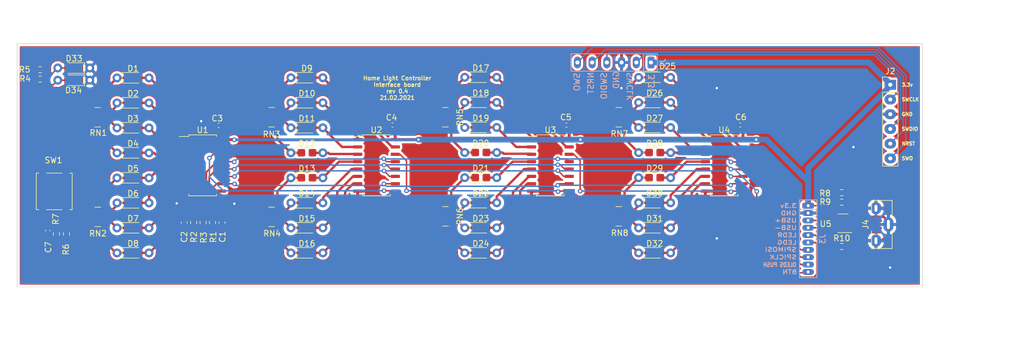
<source format=kicad_pcb>
(kicad_pcb (version 20211014) (generator pcbnew)
  (layers (0 "F.Cu" signal) (31 "B.Cu" signal) (34 "B.Paste" user) (35 "F.Paste" user) (36 "B.SilkS" user "B.Silkscreen") (37 "F.SilkS" user "F.Silkscreen") (38 "B.Mask" user) (39 "F.Mask" user) (44 "Edge.Cuts" user))
  (net 0 "")
  (net 1 "GND")
  (net 2 "/Output Leds/Reset")
  (net 3 "VCC")
  (net 4 "/Output Leds/OEnable")
  (net 5 "BTN")
  (net 6 "Net-(C7-Pad2)")
  (net 7 "Net-(D1-Pad2)")
  (net 8 "Net-(D1-Pad1)")
  (net 9 "Net-(D2-Pad1)")
  (net 10 "Net-(D2-Pad2)")
  (net 11 "Net-(D3-Pad2)")
  (net 12 "Net-(D3-Pad1)")
  (net 13 "Net-(D4-Pad2)")
  (net 14 "Net-(D4-Pad1)")
  (net 15 "Net-(D5-Pad1)")
  (net 16 "Net-(D5-Pad2)")
  (net 17 "Net-(D6-Pad2)")
  (net 18 "Net-(D6-Pad1)")
  (net 19 "Net-(D7-Pad2)")
  (net 20 "Net-(D7-Pad1)")
  (net 21 "Net-(D8-Pad2)")
  (net 22 "Net-(D8-Pad1)")
  (net 23 "Net-(D9-Pad1)")
  (net 24 "Net-(D9-Pad2)")
  (net 25 "Net-(D10-Pad2)")
  (net 26 "Net-(D10-Pad1)")
  (net 27 "Net-(D11-Pad1)")
  (net 28 "Net-(D11-Pad2)")
  (net 29 "Net-(D12-Pad2)")
  (net 30 "Net-(D12-Pad1)")
  (net 31 "Net-(D13-Pad1)")
  (net 32 "Net-(D13-Pad2)")
  (net 33 "Net-(D14-Pad2)")
  (net 34 "Net-(D14-Pad1)")
  (net 35 "Net-(D15-Pad1)")
  (net 36 "Net-(D15-Pad2)")
  (net 37 "Net-(D16-Pad2)")
  (net 38 "Net-(D16-Pad1)")
  (net 39 "Net-(D17-Pad2)")
  (net 40 "Net-(D17-Pad1)")
  (net 41 "Net-(D18-Pad1)")
  (net 42 "Net-(D18-Pad2)")
  (net 43 "Net-(D19-Pad2)")
  (net 44 "Net-(D19-Pad1)")
  (net 45 "Net-(D20-Pad1)")
  (net 46 "Net-(D20-Pad2)")
  (net 47 "Net-(D21-Pad2)")
  (net 48 "Net-(D21-Pad1)")
  (net 49 "Net-(D22-Pad1)")
  (net 50 "Net-(D22-Pad2)")
  (net 51 "Net-(D23-Pad2)")
  (net 52 "Net-(D23-Pad1)")
  (net 53 "Net-(D24-Pad1)")
  (net 54 "Net-(D24-Pad2)")
  (net 55 "Net-(D25-Pad2)")
  (net 56 "Net-(D25-Pad1)")
  (net 57 "Net-(D26-Pad1)")
  (net 58 "Net-(D26-Pad2)")
  (net 59 "Net-(D27-Pad2)")
  (net 60 "Net-(D27-Pad1)")
  (net 61 "Net-(D28-Pad1)")
  (net 62 "Net-(D28-Pad2)")
  (net 63 "Net-(D29-Pad2)")
  (net 64 "Net-(D29-Pad1)")
  (net 65 "Net-(D30-Pad1)")
  (net 66 "Net-(D30-Pad2)")
  (net 67 "Net-(D31-Pad1)")
  (net 68 "Net-(D31-Pad2)")
  (net 69 "Net-(D32-Pad1)")
  (net 70 "Net-(D32-Pad2)")
  (net 71 "Net-(D33-Pad2)")
  (net 72 "Net-(D34-Pad2)")
  (net 73 "Net-(J1-Pad2)")
  (net 74 "Net-(J1-Pad4)")
  (net 75 "Net-(J1-Pad5)")
  (net 76 "Net-(J1-Pad6)")
  (net 77 "LED_GREEN")
  (net 78 "LED_RED")
  (net 79 "USB-")
  (net 80 "USB+")
  (net 81 "SPICLK")
  (net 82 "SPIMOSI")
  (net 83 "OLEDS_PUSH_DATA")
  (net 84 "Net-(J4-Pad3)")
  (net 85 "Net-(J4-Pad2)")
  (net 86 "Net-(J4-Pad1)")
  (net 87 "Net-(R8-Pad1)")
  (net 88 "Net-(R10-Pad2)")
  (net 89 "/Output Leds/ONReg1")
  (net 90 "/Output Leds/ONReg2")
  (net 91 "/Output Leds/ONReg3")
  (footprint "Capacitor_SMD:C_0603_1608Metric" (layer "F.Cu") (at 102.05 76.97 -90)
    (fp_text reference "C1")
    (fp_text value "1uF" hide)
  )
  (footprint "Capacitor_SMD:C_0603_1608Metric" (layer "F.Cu") (at 95.52 76.97 90)
    (fp_text reference "C2")
    (fp_text value "1uF" hide)
  )
  (footprint "Capacitor_SMD:C_0402_1005Metric" (layer "F.Cu") (at 101.45 60.2 180)
    (fp_text reference "C3")
    (fp_text value "100nf" hide)
  )
  (footprint "Capacitor_SMD:C_0402_1005Metric" (layer "F.Cu") (at 131.45 60.14 180)
    (fp_text reference "C4")
    (fp_text value "100nf" hide)
  )
  (footprint "Capacitor_SMD:C_0402_1005Metric" (layer "F.Cu") (at 191.45 60.14 180)
    (fp_text reference "C6")
    (fp_text value "100nf" hide)
  )
  (footprint "Capacitor_SMD:C_0402_1005Metric" (layer "F.Cu") (at 71.99 78.36 -90)
    (fp_text reference "C7")
    (fp_text value "100nf" hide)
  )
  (footprint "holse:LED_0805_2012Metric_Castellated" (layer "F.Cu") (at 86.7 52)
    (fp_text reference "D1")
    (fp_text value "LED" hide)
  )
  (footprint "holse:LED_0805_2012Metric_Castellated" (layer "F.Cu") (at 86.7 56.314285)
    (fp_text reference "D2")
    (fp_text value "LED" hide)
  )
  (footprint "holse:LED_0805_2012Metric_Castellated" (layer "F.Cu") (at 86.7 60.62857)
    (fp_text reference "D3")
    (fp_text value "LED" hide)
  )
  (footprint "holse:LED_0805_2012Metric_Castellated" (layer "F.Cu") (at 86.7 64.942855)
    (fp_text reference "D4")
    (fp_text value "LED" hide)
  )
  (footprint "holse:LED_0805_2012Metric_Castellated" (layer "F.Cu") (at 86.7 69.25714)
    (fp_text reference "D5")
    (fp_text value "LED" hide)
  )
  (footprint "holse:LED_0805_2012Metric_Castellated" (layer "F.Cu") (at 86.7 73.571425)
    (fp_text reference "D6")
    (fp_text value "LED" hide)
  )
  (footprint "holse:LED_0805_2012Metric_Castellated" (layer "F.Cu") (at 86.7 77.88571)
    (fp_text reference "D7")
    (fp_text value "LED" hide)
  )
  (footprint "holse:LED_0805_2012Metric_Castellated" (layer "F.Cu") (at 86.7 82.2)
    (fp_text reference "D8")
    (fp_text value "LED" hide)
  )
  (footprint "holse:LED_0805_2012Metric_Castellated" (layer "F.Cu") (at 116.7 51.974192)
    (fp_text reference "D9")
    (fp_text value "LED" hide)
  )
  (footprint "holse:LED_0805_2012Metric_Castellated" (layer "F.Cu") (at 116.7 56.292164)
    (fp_text reference "D10")
    (fp_text value "LED" hide)
  )
  (footprint "holse:LED_0805_2012Metric_Castellated" (layer "F.Cu") (at 116.7 60.610136)
    (fp_text reference "D11")
    (fp_text value "LED" hide)
  )
  (footprint "holse:LED_0805_2012Metric_Castellated" (layer "F.Cu") (at 116.7 64.928108)
    (fp_text reference "D12")
    (fp_text value "LED" hide)
  )
  (footprint "holse:LED_0805_2012Metric_Castellated" (layer "F.Cu") (at 116.7 69.24608)
    (fp_text reference "D13")
    (fp_text value "LED" hide)
  )
  (footprint "holse:LED_0805_2012Metric_Castellated" (layer "F.Cu") (at 116.7 73.564052)
    (fp_text reference "D14")
    (fp_text value "LED" hide)
  )
  (footprint "holse:LED_0805_2012Metric_Castellated" (layer "F.Cu") (at 116.7 77.882024)
    (fp_text reference "D15")
    (fp_text value "LED" hide)
  )
  (footprint "holse:LED_0805_2012Metric_Castellated" (layer "F.Cu") (at 116.7 82.2)
    (fp_text reference "D16")
    (fp_text value "LED" hide)
  )
  (footprint "holse:LED_0805_2012Metric_Castellated" (layer "F.Cu") (at 146.7 51.9)
    (fp_text reference "D17")
    (fp_text value "LED" hide)
  )
  (footprint "holse:LED_0805_2012Metric_Castellated" (layer "F.Cu") (at 146.7 56.228571)
    (fp_text reference "D18")
    (fp_text value "LED" hide)
  )
  (footprint "holse:LED_0805_2012Metric_Castellated" (layer "F.Cu") (at 146.7 60.557142)
    (fp_text reference "D19")
    (fp_text value "LED" hide)
  )
  (footprint "holse:LED_0805_2012Metric_Castellated" (layer "F.Cu") (at 146.7 64.885713)
    (fp_text reference "D20")
    (fp_text value "LED" hide)
  )
  (footprint "holse:LED_0805_2012Metric_Castellated" (layer "F.Cu") (at 146.7 69.214284)
    (fp_text reference "D21")
    (fp_text value "LED" hide)
  )
  (footprint "holse:LED_0805_2012Metric_Castellated" (layer "F.Cu") (at 146.7 73.542855)
    (fp_text reference "D22")
    (fp_text value "LED" hide)
  )
  (footprint "holse:LED_0805_2012Metric_Castellated" (layer "F.Cu") (at 146.7 82.2)
    (fp_text reference "D24")
    (fp_text value "LED" hide)
  )
  (footprint "holse:LED_0805_2012Metric_Castellated" (layer "F.Cu") (at 176.7 51.922576)
    (fp_text reference "D25")
    (fp_text value "LED" hide)
  )
  (footprint "holse:LED_0805_2012Metric_Castellated" (layer "F.Cu") (at 176.7 56.247922)
    (fp_text reference "D26")
    (fp_text value "LED" hide)
  )
  (footprint "holse:LED_0805_2012Metric_Castellated" (layer "F.Cu") (at 176.7 60.573268)
    (fp_text reference "D27")
    (fp_text value "LED" hide)
  )
  (footprint "holse:LED_0805_2012Metric_Castellated" (layer "F.Cu") (at 176.7 64.898614)
    (fp_text reference "D28")
    (fp_text value "LED" hide)
  )
  (footprint "holse:LED_0805_2012Metric_Castellated" (layer "F.Cu") (at 176.7 69.22396)
    (fp_text reference "D29")
    (fp_text value "LED" hide)
  )
  (footprint "holse:LED_0805_2012Metric_Castellated" (layer "F.Cu") (at 176.7 73.549306)
    (fp_text reference "D30")
    (fp_text value "LED" hide)
  )
  (footprint "holse:LED_0805_2012Metric_Castellated" (layer "F.Cu") (at 176.7 77.874652)
    (fp_text reference "D31")
    (fp_text value "LED" hide)
  )
  (footprint "holse:LED_0805_2012Metric_Castellated" (layer "F.Cu") (at 176.7 82.2)
    (fp_text reference "D32")
    (fp_text value "LED" hide)
  )
  (footprint "holse:LED_0805_2012Metric_Castellated" (layer "F.Cu") (at 76.46 50.31 180)
    (fp_text reference "D33")
    (fp_text value "LEDG" hide)
  )
  (footprint "holse:LED_0805_2012Metric_Castellated" (layer "F.Cu") (at 76.46 52.42 180)
    (fp_text reference "D34")
    (fp_text value "LEDR" hide)
  )
  (footprint "holse:PinHeader_1x06_P2.54mm_Vertical" (layer "F.Cu") (at 217.35 53.2)
    (fp_text reference "J2")
    (fp_text value "Program")
  )
  (footprint "holse:USB_Micro-B_Molex-105133-0001" (layer "F.Cu") (at 215.95 77.3 90)
    (fp_text reference "J4")
    (fp_text value "USB_B_Micro")
  )
  (footprint "Resistor_SMD:R_0603_1608Metric" (layer "F.Cu") (at 100.4175 76.97 -90)
    (fp_text reference "R1")
    (fp_text value "100k" hide)
  )
  (footprint "Resistor_SMD:R_0603_1608Metric" (layer "F.Cu") (at 98.785 76.97 90)
    (fp_text reference "R3")
    (fp_text value "100k" hide)
  )
  (footprint "Resistor_SMD:R_0603_1608Metric" (layer "F.Cu") (at 70.66 50.6)
    (fp_text reference "R5")
    (fp_text value "10k" hide)
  )
  (footprint "Resistor_SMD:R_0603_1608Metric" (layer "F.Cu") (at 75.21 78.93 90)
    (fp_text reference "R6")
    (fp_text value "100k" hide)
  )
  (footprint "Resistor_SMD:R_0603_1608Metric" (layer "F.Cu") (at 73.465 78.93 -90)
    (fp_text reference "R7")
    (fp_text value "100" hide)
  )
  (footprint "Resistor_SMD:R_0603_1608Metric" (layer "F.Cu") (at 208.975 71.825 180)
    (fp_text reference "R8")
    (fp_text value "1.5k" hide)
  )
  (footprint "Resistor_SMD:R_0603_1608Metric" (layer "F.Cu") (at 208.975 73.45)
    (fp_text reference "R9")
    (fp_text value "22" hide)
  )
  (footprint "Resistor_SMD:R_0603_1608Metric" (layer "F.Cu") (at 208.9875 81.1)
    (fp_text reference "R10")
    (fp_text value "22")
  )
  (footprint "holse:R_Array_Convex_4x0603" (layer "F.Cu") (at 80.6 58.8)
    (fp_text reference "RN1")
    (fp_text value "10k" hide)
  )
  (footprint "holse:R_Array_Convex_4x0603" (layer "F.Cu") (at 80.6 76)
    (fp_text reference "RN2")
    (fp_text value "10k" hide)
  )
  (footprint "holse:R_Array_Convex_4x0603" (layer "F.Cu") (at 110.6 58.8)
    (fp_text reference "RN3")
    (fp_text value "10k" hide)
  )
  (footprint "holse:R_Array_Convex_4x0603" (layer "F.Cu") (at 110.6 76)
    (fp_text reference "RN4")
    (fp_text value "10k" hide)
  )
  (footprint "holse:R_Array_Convex_4x0603" (layer "F.Cu") (at 140.6 58.8)
    (fp_text reference "RN5")
    (fp_text value "10k" hide)
  )
  (footprint "holse:R_Array_Convex_4x0603" (layer "F.Cu") (at 140.6 75.9)
    (fp_text reference "RN6")
    (fp_text value "10k" hide)
  )
  (footprint "holse:R_Array_Convex_4x0603" (layer "F.Cu") (at 170.5 58.8)
    (fp_text reference "RN7")
    (fp_text value "10k" hide)
  )
  (footprint "holse:R_Array_Convex_4x0603" (layer "F.Cu") (at 170.5 75.9)
    (fp_text reference "RN8")
    (fp_text value "10k" hide)
  )
  (footprint "Button_Switch_SMD:SW_SPST_EVPBF" (layer "F.Cu") (at 73.1 71.6 90)
    (fp_text reference "SW1")
    (fp_text value "BTN" hide)
  )
  (footprint "Package_SO:SOIC-16_4.55x10.3mm_P1.27mm" (layer "F.Cu") (at 128.7 67.1)
    (fp_text reference "U2")
    (fp_text value "74HC595")
  )
  (footprint "Package_SO:SOIC-16_4.55x10.3mm_P1.27mm" (layer "F.Cu") (at 158.7 67.1)
    (fp_text reference "U3")
    (fp_text value "74HC595")
  )
  (footprint "Package_SO:SOIC-16_4.55x10.3mm_P1.27mm" (layer "F.Cu") (at 188.7 67.1)
    (fp_text reference "U4")
    (fp_text value "74HC595")
  )
  (footprint "Package_TO_SOT_SMD:SOT-23-6" (layer "F.Cu") (at 209.2 77.1 180)
    (fp_text reference "U5")
    (fp_text value "USBLC6-2SC6" hide)
  )
  (footprint "Resistor_SMD:R_0603_1608Metric" (layer "F.Cu") (at 70.66 52.23)
    (fp_text reference "R4")
    (fp_text value "10k" hide)
  )
  (footprint "holse:LED_0805_2012Metric_Castellated" (layer "F.Cu") (at 146.7 77.871426)
    (fp_text reference "D23")
    (fp_text value "LED" hide)
  )
  (footprint "Package_SO:SOIC-16_4.55x10.3mm_P1.27mm" (layer "F.Cu") (at 98.7 67.1)
    (fp_text reference "U1")
    (fp_text value "74HC595")
  )
  (footprint "Resistor_SMD:R_0603_1608Metric" (layer "F.Cu") (at 97.1525 76.97 90)
    (fp_text reference "R2")
    (fp_text value "100k" hide)
  )
  (footprint "Capacitor_SMD:C_0402_1005Metric" (layer "F.Cu") (at 161.47 60.17 180)
    (fp_text reference "C5")
    (fp_text value "100nf" hide)
  )
  (footprint "holse:Program_Crossboard" (layer "B.Cu") (at 169.72 49.35 180)
    (fp_text reference "J1")
    (fp_text value "Program_M_Board" hide)
  )
  (footprint "holse:Crossboard" (layer "B.Cu") (at 203.18 74.06 90)
    (fp_text reference "J3")
    (fp_text value "Crossboard")
  )
  (gr_line (start 66.7 46.1) (end 222.9 46.1) (layer "Edge.Cuts") (width 0.1))
  (gr_line (start 66.7 88.1) (end 66.7 46.1) (layer "Edge.Cuts") (width 0.1))
  (gr_line (start 222.9 46.1) (end 222.9 88.1) (layer "Edge.Cuts") (width 0.1))
  (gr_line (start 222.9 88.1) (end 66.7 88.1) (layer "Edge.Cuts") (width 0.05))
  (gr_text "Home Light Controller\nInterface board\nrev 0.4\n21.02.2021" (at 132.28 53.75) (layer "F.SilkS") (effects (font (size 0.7 0.7))))
  (segment (start 217.025 77.3) (end 217.025 75.425) (width 0.5) (layer "F.Cu") (net 1))
  (segment (start 217.025 79) (end 215.925 80.1) (width 0.5) (layer "F.Cu") (net 1))
  (segment (start 217.025 77.3) (end 217.025 79) (width 0.5) (layer "F.Cu") (net 1))
  (segment (start 214.875 74.5) (end 214.875 74.614998) (width 0.5) (layer "F.Cu") (net 1))
  (segment (start 209.2 75.674998) (end 209.774998 75.1) (width 0.4) (layer "F.Cu") (net 1))
  (segment (start 215.125 76) (end 212.5 76) (width 0.4) (layer "F.Cu") (net 1))
  (segment (start 209.2 76.625002) (end 209.2 75.674998) (width 0.4) (layer "F.Cu") (net 1))
  (segment (start 216.1 74.5) (end 214.875 74.5) (width 0.5) (layer "F.Cu") (net 1))
  (segment (start 217.025 77.3) (end 217.025 76.8) (width 0.4) (layer "F.Cu") (net 1))
  (segment (start 210.3 77.1) (end 209.674998 77.1) (width 0.4) (layer "F.Cu") (net 1))
  (segment (start 216.225 76) (end 215.125 76) (width 0.4) (layer "F.Cu") (net 1))
  (segment (start 211.6 75.1) (end 212.5 76) (width 0.4) (layer "F.Cu") (net 1))
  (segment (start 215.925 80.1) (end 214.875 80.1) (width 0.5) (layer "F.Cu") (net 1))
  (segment (start 209.674998 77.1) (end 209.2 76.625002) (width 0.4) (layer "F.Cu") (net 1))
  (segment (start 217.025 75.425) (end 216.1 74.5) (width 0.5) (layer "F.Cu") (net 1))
  (segment (start 217.025 76.8) (end 216.225 76) (width 0.4) (layer "F.Cu") (net 1))
  (segment (start 209.774998 75.1) (end 211.6 75.1) (width 0.4) (layer "F.Cu") (net 1))
  (via (at 170.96 53.77) (size 0.8) (drill 0.4) (layers "F.Cu" "B.Cu") (net 1))
  (via (at 104.18 73.72) (size 0.8) (drill 0.4) (layers "F.Cu" "B.Cu") (net 1))
  (via (at 187.42 53.77) (size 0.8) (drill 0.4) (layers "F.Cu" "B.Cu") (net 1))
  (via (at 94.23 73.67) (size 0.8) (drill 0.4) (layers "F.Cu" "B.Cu") (net 1))
  (via (at 98.45 59.48) (size 0.8) (drill 0.4) (layers "F.Cu" "B.Cu") (net 1))
  (via (at 187.42 79.7) (size 0.8) (drill 0.4) (layers "F.Cu" "B.Cu") (net 1))
  (via (at 217.33 84.74) (size 0.8) (drill 0.4) (layers "F.Cu" "B.Cu") (net 1))
  (via (at 210.99 63.95) (size 0.8) (drill 0.4) (layers "F.Cu" "B.Cu") (net 1))
  (segment (start 100.4175 71.0075) (end 101.15 70.275) (width 0.3) (layer "F.Cu") (net 2))
  (segment (start 131.95 70.275) (end 130.005 70.275) (width 0.25) (layer "F.Cu") (net 2))
  (segment (start 102.05 76.195) (end 100.4675 76.195) (width 0.3) (layer "F.Cu") (net 2))
  (segment (start 101.95 70.275) (end 104.185 70.275) (width 0.25) (layer "F.Cu") (net 2))
  (segment (start 104.185 70.275) (end 104.21 70.3) (width 0.25) (layer "F.Cu") (net 2))
  (segment (start 160.24923 70.275) (end 159.983144 70.541086) (width 0.25) (layer "F.Cu") (net 2))
  (segment (start 191.95 70.275) (end 190.074998 70.275) (width 0.25) (layer "F.Cu") (net 2))
  (segment (start 100.4675 76.195) (end 100.4175 76.145) (width 0.3) (layer "F.Cu") (net 2))
  (segment (start 161.95 70.275) (end 160.24923 70.275) (width 0.25) (layer "F.Cu") (net 2))
  (segment (start 100.4175 76.145) (end 100.4175 71.0075) (width 0.3) (layer "F.Cu") (net 2))
  (segment (start 101.15 70.275) (end 101.95 70.275) (width 0.3) (layer "F.Cu") (net 2))
  (segment (start 130.005 70.275) (end 129.98 70.3) (width 0.25) (layer "F.Cu") (net 2))
  (segment (start 190.074998 70.275) (end 189.82 70.529998) (width 0.25) (layer "F.Cu") (net 2))
  (via (at 159.983144 70.541086) (size 0.8) (drill 0.4) (layers "F.Cu" "B.Cu") (net 2))
  (via (at 104.21 70.3) (size 0.8) (drill 0.4) (layers "F.Cu" "B.Cu") (net 2))
  (via (at 189.82 70.529998) (size 0.8) (drill 0.4) (layers "F.Cu" "B.Cu") (net 2))
  (via (at 129.98 70.3) (size 0.8) (drill 0.4) (layers "F.Cu" "B.Cu") (net 2))
  (segment (start 159.81423 70.71) (end 159.983144 70.541086) (width 0.25) (layer "B.Cu") (net 2))
  (segment (start 130.39 70.71) (end 159.81423 70.71) (width 0.25) (layer "B.Cu") (net 2))
  (segment (start 129.98 70.3) (end 130.39 70.71) (width 0.25) (layer "B.Cu") (net 2))
  (segment (start 104.48 70.57) (end 129.71 70.57) (width 0.25) (layer "B.Cu") (net 2))
  (segment (start 129.71 70.57) (end 129.98 70.3) (width 0.25) (layer "B.Cu") (net 2))
  (segment (start 159.983144 70.541086) (end 189.808912 70.541086) (width 0.25) (layer "B.Cu") (net 2))
  (segment (start 189.808912 70.541086) (end 189.82 70.529998) (width 0.25) (layer "B.Cu") (net 2))
  (segment (start 104.21 70.3) (end 104.48 70.57) (width 0.25) (layer "B.Cu") (net 2))
  (segment (start 75.21 79.755) (end 75.21 80.91) (width 0.3) (layer "F.Cu") (net 3))
  (segment (start 191.93 62.635) (end 191.95 62.655) (width 0.5) (layer "F.Cu") (net 3))
  (segment (start 161.95 60.17) (end 161.95 62.655) (width 0.5) (layer "F.Cu") (net 3))
  (segment (start 101.95 62.655) (end 102.75 62.655) (width 0.3) (layer "F.Cu") (net 3))
  (segment (start 205.628 74.062) (end 203.18 74.062) (width 0.25) (layer "F.Cu") (net 3))
  (segment (start 95.295 77.745) (end 95.52 77.745) (width 0.3) (layer "F.Cu") (net 3))
  (segment (start 208.15 71.825) (end 207.865 71.825) (width 0.25) (layer "F.Cu") (net 3))
  (segment (start 90.65 85.15) (end 95.52 80.28) (width 0.3) (layer "F.Cu") (net 3))
  (segment (start 102.814434 64.56999) (end 99.63001 64.56999) (width 0.3) (layer "F.Cu") (net 3))
  (segment (start 99.63001 64.56999) (end 98.8 65.4) (width 0.3) (layer "F.Cu") (net 3))
  (segment (start 96.305 76.96) (end 95.52 77.745) (width 0.3) (layer "F.Cu") (net 3))
  (segment (start 95.52 80.28) (end 95.52 77.745) (width 0.3) (layer "F.Cu") (net 3))
  (segment (start 194.215 62.655) (end 194.22 62.66) (width 0.5) (layer "F.Cu") (net 3))
  (segment (start 191.93 60.14) (end 191.93 62.635) (width 0.5) (layer "F.Cu") (net 3))
  (segment (start 161.95 62.655) (end 163.885 62.655) (width 0.5) (layer "F.Cu") (net 3))
  (segment (start 75.21 80.91) (end 79.45 85.15) (width 0.3) (layer "F.Cu") (net 3))
  (segment (start 95.09 75.15) (end 94.45 75.79) (width 0.3) (layer "F.Cu") (net 3))
  (segment (start 135.935 62.655) (end 135.94 62.66) (width 0.5) (layer "F.Cu") (net 3))
  (segment (start 131.93 60.14) (end 131.93 62.635) (width 0.5) (layer "F.Cu") (net 3))
  (segment (start 191.95 62.655) (end 194.215 62.655) (width 0.5) (layer "F.Cu") (net 3))
  (segment (start 103.33 64.054424) (end 102.814434 64.56999) (width 0.3) (layer "F.Cu") (net 3))
  (segment (start 98.8 65.4) (end 98.8 72.16) (width 0.3) (layer "F.Cu") (net 3))
  (segment (start 163.885 62.655) (end 163.89 62.66) (width 0.5) (layer "F.Cu") (net 3))
  (segment (start 103.33 63.235) (end 103.33 64.054424) (width 0.3) (layer "F.Cu") (net 3))
  (segment (start 100.4175 77.795) (end 99.5825 76.96) (width 0.3) (layer "F.Cu") (net 3))
  (segment (start 104.115 62.655) (end 104.15 62.69) (width 0.5) (layer "F.Cu") (net 3))
  (segment (start 101.95 62.655) (end 104.115 62.655) (width 0.5) (layer "F.Cu") (net 3))
  (segment (start 79.45 85.15) (end 90.65 85.15) (width 0.3) (layer "F.Cu") (net 3))
  (segment (start 131.95 62.655) (end 135.935 62.655) (width 0.5) (layer "F.Cu") (net 3))
  (segment (start 207.865 71.825) (end 205.628 74.062) (width 0.25) (layer "F.Cu") (net 3))
  (segment (start 101.93 62.635) (end 101.95 62.655) (width 0.5) (layer "F.Cu") (net 3))
  (segment (start 98.8 72.16) (end 95.81 75.15) (width 0.3) (layer "F.Cu") (net 3))
  (segment (start 99.5825 76.96) (end 96.305 76.96) (width 0.3) (layer "F.Cu") (net 3))
  (segment (start 94.45 76.9) (end 95.295 77.745) (width 0.3) (layer "F.Cu") (net 3))
  (segment (start 101.93 60.2) (end 101.93 62.635) (width 0.5) (layer "F.Cu") (net 3))
  (segment (start 102.75 62.655) (end 103.33 63.235) (width 0.3) (layer "F.Cu") (net 3))
  (segment (start 95.81 75.15) (end 95.09 75.15) (width 0.3) (layer "F.Cu") (net 3))
  (segment (start 131.93 62.635) (end 131.95 62.655) (width 0.5) (layer "F.Cu") (net 3))
  (segment (start 94.45 75.79) (end 94.45 76.9) (width 0.3) (layer "F.Cu") (net 3))
  (via (at 104.15 62.69) (size 0.8) (drill 0.4) (layers "F.Cu" "B.Cu") (net 3))
  (via (at 163.89 62.66) (size 0.8) (drill 0.4) (layers "F.Cu" "B.Cu") (net 3))
  (via (at 135.94 62.66) (size 0.8) (drill 0.4) (layers "F.Cu" "B.Cu") (net 3))
  (via (at 194.22 62.66) (size 0.8) (drill 0.4) (layers "F.Cu" "B.Cu") (net 3))
  (segment (start 217.35 53.2) (end 217.35 53.397955) (width 1) (layer "B.Cu") (net 3))
  (segment (start 217.35 53.397955) (end 203.18 67.567955) (width 1) (layer "B.Cu") (net 3))
  (segment (start 135.91 62.69) (end 135.94 62.66) (width 0.5) (layer "B.Cu") (net 3))
  (segment (start 104.15 62.69) (end 135.91 62.69) (width 0.5) (layer "B.Cu") (net 3))
  (segment (start 203.18 69.87) (end 195.97 62.66) (width 1) (layer "B.Cu") (net 3))
  (segment (start 203.18 67.567955) (end 203.18 70.61) (width 1) (layer "B.Cu") (net 3))
  (segment (start 163.89 62.66) (end 135.94 62.66) (width 1) (layer "B.Cu") (net 3))
  (segment (start 213.65 49.35) (end 176.07 49.35) (width 1) (layer "B.Cu") (net 3))
  (segment (start 195.97 62.66) (end 195.91 62.66) (width 1) (layer "B.Cu") (net 3))
  (segment (start 203.18 70.61) (end 203.18 69.87) (width 1) (layer "B.Cu") (net 3))
  (segment (start 194.22 62.66) (end 163.89 62.66) (width 1) (layer "B.Cu") (net 3))
  (segment (start 195.91 62.66) (end 194.22 62.66) (width 1) (layer "B.Cu") (net 3))
  (segment (start 217.35 53.05) (end 213.65 49.35) (width 1) (layer "B.Cu") (net 3))
  (segment (start 217.35 53.2) (end 217.35 53.05) (width 1) (layer "B.Cu") (net 3))
  (segment (start 203.18 74.062) (end 203.18 70.61) (width 1) (layer "B.Cu") (net 3))
  (segment (start 99.34 73.9575) (end 99.34 68.275) (width 0.3) (layer "F.Cu") (net 4))
  (segment (start 131.95 66.465) (end 130.455 66.465) (width 0.25) (layer "F.Cu") (net 4))
  (segment (start 97.1025 76.195) (end 97.1525 76.145) (width 0.3) (layer "F.Cu") (net 4))
  (segment (start 191.905 66.51) (end 191.95 66.465) (width 0.25) (layer "F.Cu") (net 4))
  (segment (start 189.85 66.51) (end 191.905 66.51) (width 0.25) (layer "F.Cu") (net 4))
  (segment (start 101.15 66.465) (end 101.95 66.465) (width 0.3) (layer "F.Cu") (net 4))
  (segment (start 161.485801 66.000801) (end 159.989199 66.000801) (width 0.25) (layer "F.Cu") (net 4))
  (segment (start 99.34 68.275) (end 101.15 66.465) (width 0.3) (layer "F.Cu") (net 4))
  (segment (start 97.1525 76.145) (end 99.34 73.9575) (width 0.3) (layer "F.Cu") (net 4))
  (segment (start 130.455 66.465) (end 129.96 65.97) (width 0.25) (layer "F.Cu") (net 4))
  (segment (start 95.52 76.195) (end 97.1025 76.195) (width 0.3) (layer "F.Cu") (net 4))
  (segment (start 101.95 66.465) (end 104.115 66.465) (width 0.25) (layer "F.Cu") (net 4))
  (segment (start 161.95 66.465) (end 161.485801 66.000801) (width 0.25) (layer "F.Cu") (net 4))
  (segment (start 104.115 66.465) (end 104.15 66.5) (width 0.25) (layer "F.Cu") (net 4))
  (via (at 129.96 65.97) (size 0.8) (drill 0.4) (layers "F.Cu" "B.Cu") (net 4))
  (via (at 159.989199 66.000801) (size 0.8) (drill 0.4) (layers "F.Cu" "B.Cu") (net 4))
  (via (at 104.15 66.5) (size 0.8) (drill 0.4) (layers "F.Cu" "B.Cu") (net 4))
  (via (at 189.85 66.51) (size 0.8) (drill 0.4) (layers "F.Cu" "B.Cu") (net 4))
  (segment (start 114.46687 66.01) (end 118.91313 66.01) (width 0.25) (layer "B.Cu") (net 4))
  (segment (start 104.64 66.01) (end 113.39313 66.01) (width 0.25) (layer "B.Cu") (net 4))
  (segment (start 113.408239 66.025109) (end 114.451761 66.025109) (width 0.25) (layer "B.Cu") (net 4))
  (segment (start 113.39313 66.01) (end 113.408239 66.025109) (width 0.25) (layer "B.Cu") (net 4))
  (segment (start 118.928239 66.025109) (end 119.971761 66.025109) (width 0.25) (layer "B.Cu") (net 4))
  (segment (start 189.340801 66.000801) (end 159.989199 66.000801) (width 0.25) (layer "B.Cu") (net 4))
  (segment (start 129.92 66.01) (end 129.96 65.97) (width 0.25) (layer "B.Cu") (net 4))
  (segment (start 129.990801 66.000801) (end 129.96 65.97) (width 0.25) (layer "B.Cu") (net 4))
  (segment (start 159.989199 66.000801) (end 129.990801 66.000801) (width 0.25) (layer "B.Cu") (net 4))
  (segment (start 119.98687 66.01) (end 129.92 66.01) (width 0.25) (layer "B.Cu") (net 4))
  (segment (start 118.91313 66.01) (end 118.928239 66.025109) (width 0.25) (layer "B.Cu") (net 4))
  (segment (start 114.451761 66.025109) (end 114.46687 66.01) (width 0.25) (layer "B.Cu") (net 4))
  (segment (start 189.85 66.51) (end 189.340801 66.000801) (width 0.25) (layer "B.Cu") (net 4))
  (segment (start 119.971761 66.025109) (end 119.98687 66.01) (width 0.25) (layer "B.Cu") (net 4))
  (segment (start 104.15 66.5) (end 104.64 66.01) (width 0.25) (layer "B.Cu") (net 4))
  (segment (start 70.83 79.36) (end 70.83 78.29) (width 0.25) (layer "F.Cu") (net 5))
  (segment (start 72.63999 78.532822) (end 72.63999 78.48701) (width 0.3) (layer "F.Cu") (net 5))
  (segment (start 203.022 85.65) (end 77.12 85.65) (width 0.25) (layer "F.Cu") (net 5))
  (segment (start 74.45999 78.85501) (end 72.962178 78.85501) (width 0.3) (layer "F.Cu") (net 5))
  (segment (start 203.18 85.492) (end 203.022 85.65) (width 0.25) (layer "F.Cu") (net 5))
  (segment (start 75.1 68.72) (end 75.1 74.48) (width 0.3) (layer "F.Cu") (net 5))
  (segment (start 70.83 78.29) (end 71.24 77.88) (width 0.25) (layer "F.Cu") (net 5))
  (segment (start 72.63999 78.48701) (end 72.03298 77.88) (width 0.3) (layer "F.Cu") (net 5))
  (segment (start 75.21 78.105) (end 74.45999 78.85501) (width 0.3) (layer "F.Cu") (net 5))
  (segment (start 72.962178 78.85501) (end 72.63999 78.532822) (width 0.3) (layer "F.Cu") (net 5))
  (segment (start 75.1 74.48) (end 75.1 77.995) (width 0.3) (layer "F.Cu") (net 5))
  (segment (start 77.12 85.65) (end 70.83 79.36) (width 0.25) (layer "F.Cu") (net 5))
  (segment (start 71.24 77.88) (end 71.99 77.88) (width 0.25) (layer "F.Cu") (net 5))
  (segment (start 75.1 77.995) (end 75.21 78.105) (width 0.3) (layer "F.Cu") (net 5))
  (segment (start 72.03298 77.88) (end 71.99 77.88) (width 0.3) (layer "F.Cu") (net 5))
  (segment (start 72.825 79.755) (end 73.465 79.755) (width 0.3) (layer "F.Cu") (net 6))
  (segment (start 71.99 78.92) (end 72.825 79.755) (width 0.3) (layer "F.Cu") (net 6))
  (segment (start 71.99 78.84) (end 71.99 78.92) (width 0.3) (layer "F.Cu") (net 6))
  (segment (start 101.95 63.925) (end 101.505 63.925) (width 0.4) (layer "F.Cu") (net 7))
  (segment (start 89.58 52) (end 87.6625 52) (width 0.4) (layer "F.Cu") (net 7))
  (segment (start 101.505 63.925) (end 89.58 52) (width 0.4) (layer "F.Cu") (net 7))
  (segment (start 81.6 54.34) (end 83.94 52) (width 0.4) (layer "F.Cu") (net 8))
  (segment (start 83.94 52) (end 85.7375 52) (width 0.4) (layer "F.Cu") (net 8))
  (segment (start 81.6 57.6) (end 81.6 54.34) (width 0.4) (layer "F.Cu") (net 8))
  (segment (start 82.298542 58.4) (end 81.6 58.4) (width 0.4) (layer "F.Cu") (net 9))
  (segment (start 85.7375 56.314285) (end 83.94 56.314285) (width 0.4) (layer "F.Cu") (net 9))
  (segment (start 83.93 56.324285) (end 83.93 56.768542) (width 0.4) (layer "F.Cu") (net 9))
  (segment (start 83.93 56.768542) (end 82.298542 58.4) (width 0.4) (layer "F.Cu") (net 9))
  (segment (start 83.94 56.314285) (end 83.93 56.324285) (width 0.4) (layer "F.Cu") (net 9))
  (segment (start 89.44 56.314285) (end 87.6625 56.314285) (width 0.4) (layer "F.Cu") (net 10))
  (segment (start 95.45 62.324285) (end 89.44 56.314285) (width 0.4) (layer "F.Cu") (net 10))
  (segment (start 95.45 62.655) (end 95.45 62.324285) (width 0.4) (layer "F.Cu") (net 10))
  (segment (start 89.44 60.62857) (end 87.6625 60.62857) (width 0.4) (layer "F.Cu") (net 11))
  (segment (start 92.73643 63.925) (end 89.44 60.62857) (width 0.4) (layer "F.Cu") (net 11))
  (segment (start 95.45 63.925) (end 92.73643 63.925) (width 0.4) (layer "F.Cu") (net 11))
  (segment (start 82.49143 59.2) (end 81.6 59.2) (width 0.4) (layer "F.Cu") (net 12))
  (segment (start 83.92 60.62857) (end 82.49143 59.2) (width 0.4) (layer "F.Cu") (net 12))
  (segment (start 85.7375 60.62857) (end 83.92 60.62857) (width 0.4) (layer "F.Cu") (net 12))
  (segment (start 95.45 65.195) (end 95.445 65.19) (width 0.4) (layer "F.Cu") (net 13))
  (segment (start 87.685355 64.92) (end 87.6625 64.942855) (width 0.4) (layer "F.Cu") (net 13))
  (segment (start 89.417145 64.92) (end 87.685355 64.92) (width 0.4) (layer "F.Cu") (net 13))
  (segment (start 89.45 64.952855) (end 89.417145 64.92) (width 0.4) (layer "F.Cu") (net 13))
  (segment (start 90.332855 64.952855) (end 89.45 64.952855) (width 0.4) (layer "F.Cu") (net 13))
  (segment (start 95.445 65.19) (end 90.57 65.19) (width 0.4) (layer "F.Cu") (net 13))
  (segment (start 90.57 65.19) (end 90.332855 64.952855) (width 0.4) (layer "F.Cu") (net 13))
  (segment (start 83.92 64.942855) (end 85.7375 64.942855) (width 0.4) (layer "F.Cu") (net 14))
  (segment (start 81.6 62.622855) (end 83.92 64.942855) (width 0.4) (layer "F.Cu") (net 14))
  (segment (start 81.6 60) (end 81.6 62.622855) (width 0.4) (layer "F.Cu") (net 14))
  (segment (start 83.94 69.25714) (end 85.7375 69.25714) (width 0.4) (layer "F.Cu") (net 15))
  (segment (start 81.6 74.8) (end 81.6 71.59714) (width 0.4) (layer "F.Cu") (net 15))
  (segment (start 81.6 71.59714) (end 83.94 69.25714) (width 0.4) (layer "F.Cu") (net 15))
  (segment (start 89.60286 69.25714) (end 87.6625 69.25714) (width 0.4) (layer "F.Cu") (net 16))
  (segment (start 95.45 66.465) (end 92.395 66.465) (width 0.4) (layer "F.Cu") (net 16))
  (segment (start 92.395 66.465) (end 89.60286 69.25714) (width 0.4) (layer "F.Cu") (net 16))
  (segment (start 89.45 73.561425) (end 89.46 73.571425) (width 0.4) (layer "F.Cu") (net 17))
  (segment (start 94.205 67.735) (end 89.45 72.49) (width 0.4) (layer "F.Cu") (net 17))
  (segment (start 95.45 67.735) (end 94.205 67.735) (width 0.4) (layer "F.Cu") (net 17))
  (segment (start 89.46 73.571425) (end 87.6625 73.571425) (width 0.4) (layer "F.Cu") (net 17))
  (segment (start 89.45 72.49) (end 89.45 73.561425) (width 0.4) (layer "F.Cu") (net 17))
  (segment (start 82.3 75.6) (end 84.328575 73.571425) (width 0.4) (layer "F.Cu") (net 18))
  (segment (start 84.328575 73.571425) (end 85.7375 73.571425) (width 0.4) (layer "F.Cu") (net 18))
  (segment (start 81.6 75.6) (end 82.3 75.6) (width 0.4) (layer "F.Cu") (net 18))
  (segment (start 94.625 69.005) (end 91.52 72.11) (width 0.4) (layer "F.Cu") (net 19))
  (segment (start 91.52 75.82571) (end 89.46 77.88571) (width 0.4) (layer "F.Cu") (net 19))
  (segment (start 95.45 69.005) (end 94.625 69.005) (width 0.4) (layer "F.Cu") (net 19))
  (segment (start 91.52 72.11) (end 91.52 75.82571) (width 0.4) (layer "F.Cu") (net 19))
  (segment (start 89.46 77.88571) (end 87.6625 77.88571) (width 0.4) (layer "F.Cu") (net 19))
  (segment (start 82.43429 76.4) (end 83.92 77.88571) (width 0.4) (layer "F.Cu") (net 20))
  (segment (start 83.92 77.88571) (end 85.7375 77.88571) (width 0.4) (layer "F.Cu") (net 20))
  (segment (start 81.6 76.4) (end 82.43429 76.4) (width 0.4) (layer "F.Cu") (net 20))
  (segment (start 92.9 78.82) (end 89.52 82.2) (width 0.4) (layer "F.Cu") (net 21))
  (segment (start 92.9 72.36) (end 92.9 78.82) (width 0.4) (layer "F.Cu") (net 21))
  (segment (start 89.52 82.2) (end 87.6625 82.2) (width 0.4) (layer "F.Cu") (net 21))
  (segment (start 95.45 70.275) (end 94.985 70.275) (width 0.4) (layer "F.Cu") (net 21))
  (segment (start 94.985 70.275) (end 92.9 72.36) (width 0.4) (layer "F.Cu") (net 21))
  (segment (start 83.74 82.2) (end 85.7375 82.2) (width 0.4) (layer "F.Cu") (net 22))
  (segment (start 81.6 80.06) (end 83.74 82.2) (width 0.4) (layer "F.Cu") (net 22))
  (segment (start 81.6 77.2) (end 81.6 80.06) (width 0.4) (layer "F.Cu") (net 22))
  (segment (start 111.6 57.6) (end 111.6 54.314192) (width 0.4) (layer "F.Cu") (net 23))
  (segment (start 113.94 51.974192) (end 115.7375 51.974192) (width 0.4) (layer "F.Cu") (net 23))
  (segment (start 111.6 54.314192) (end 113.94 51.974192) (width 0.4) (layer "F.Cu") (net 23))
  (segment (start 131.390808 63.925) (end 119.44 51.974192) (width 0.4) (layer "F.Cu") (net 24))
  (segment (start 131.95 63.925) (end 131.390808 63.925) (width 0.4) (layer "F.Cu") (net 24))
  (segment (start 119.44 51.974192) (end 117.6625 51.974192) (width 0.4) (layer "F.Cu") (net 24))
  (segment (start 125.45 62.302164) (end 119.44 56.292164) (width 0.4) (layer "F.Cu") (net 25))
  (segment (start 119.44 56.292164) (end 117.6625 56.292164) (width 0.4) (layer "F.Cu") (net 25))
  (segment (start 125.45 62.655) (end 125.45 62.302164) (width 0.4) (layer "F.Cu") (net 25))
  (segment (start 113.93 56.302164) (end 113.94 56.292164) (width 0.4) (layer "F.Cu") (net 26))
  (segment (start 113.94 56.292164) (end 115.7375 56.292164) (width 0.4) (layer "F.Cu") (net 26))
  (segment (start 112.270002 58.4) (end 113.93 56.740002) (width 0.4) (layer "F.Cu") (net 26))
  (segment (start 113.93 56.740002) (end 113.93 56.302164) (width 0.4) (layer "F.Cu") (net 26))
  (segment (start 111.6 58.4) (end 112.270002 58.4) (width 0.4) (layer "F.Cu") (net 26))
  (segment (start 112.509864 59.2) (end 113.92 60.610136) (width 0.4) (layer "F.Cu") (net 27))
  (segment (start 111.6 59.2) (end 112.509864 59.2) (width 0.4) (layer "F.Cu") (net 27))
  (segment (start 113.92 60.610136) (end 115.7375 60.610136) (width 0.4) (layer "F.Cu") (net 27))
  (segment (start 119.44 60.610136) (end 117.6625 60.610136) (width 0.4) (layer "F.Cu") (net 28))
  (segment (start 125.45 63.925) (end 122.754864 63.925) (width 0.4) (layer "F.Cu") (net 28))
  (segment (start 122.754864 63.925) (end 119.44 60.610136) (width 0.4) (layer "F.Cu") (net 28))
  (segment (start 120.41 64.95) (end 117.684392 64.95) (width 0.4) (layer "F.Cu") (net 29))
  (segment (start 120.6 65.14) (end 120.41 64.95) (width 0.4) (layer "F.Cu") (net 29))
  (segment (start 125.395 65.14) (end 120.6 65.14) (width 0.4) (layer "F.Cu") (net 29))
  (segment (start 117.684392 64.95) (end 117.6625 64.928108) (width 0.4) (layer "F.Cu") (net 29))
  (segment (start 125.45 65.195) (end 125.395 65.14) (width 0.4) (layer "F.Cu") (net 29))
  (segment (start 113.92 64.928108) (end 115.7375 64.928108) (width 0.4) (layer "F.Cu") (net 30))
  (segment (start 111.6 62.608108) (end 113.92 64.928108) (width 0.4) (layer "F.Cu") (net 30))
  (segment (start 111.6 60) (end 111.6 62.608108) (width 0.4) (layer "F.Cu") (net 30))
  (segment (start 115.7375 69.24608) (end 113.94 69.24608) (width 0.4) (layer "F.Cu") (net 31))
  (segment (start 111.6 71.58608) (end 111.6 74.8) (width 0.4) (layer "F.Cu") (net 31))
  (segment (start 113.94 69.24608) (end 111.6 71.58608) (width 0.4) (layer "F.Cu") (net 31))
  (segment (start 125.45 66.465) (end 122.24108 66.465) (width 0.4) (layer "F.Cu") (net 32))
  (segment (start 122.24108 66.465) (end 119.46 69.24608) (width 0.4) (layer "F.Cu") (net 32))
  (segment (start 119.46 69.24608) (end 117.6625 69.24608) (width 0.4) (layer "F.Cu") (net 32))
  (segment (start 119.5 72.65) (end 119.5 73.524052) (width 0.4) (layer "F.Cu") (net 33))
  (segment (start 125.45 67.735) (end 124.415 67.735) (width 0.4) (layer "F.Cu") (net 33))
  (segment (start 119.5 73.524052) (end 119.46 73.564052) (width 0.4) (layer "F.Cu") (net 33))
  (segment (start 124.415 67.735) (end 119.5 72.65) (width 0.4) (layer "F.Cu") (net 33))
  (segment (start 119.46 73.564052) (end 117.6625 73.564052) (width 0.4) (layer "F.Cu") (net 33))
  (segment (start 112.35 75.6) (end 114.385948 73.564052) (width 0.4) (layer "F.Cu") (net 34))
  (segment (start 111.6 75.6) (end 112.35 75.6) (width 0.4) (layer "F.Cu") (net 34))
  (segment (start 114.385948 73.564052) (end 115.7375 73.564052) (width 0.4) (layer "F.Cu") (net 34))
  (segment (start 111.6 76.4) (end 112.437976 76.4) (width 0.4) (layer "F.Cu") (net 35))
  (segment (start 113.92 77.882024) (end 115.7375 77.882024) (width 0.4) (layer "F.Cu") (net 35))
  (segment (start 112.437976 76.4) (end 113.92 77.882024) (width 0.4) (layer "F.Cu") (net 35))
  (segment (start 124.65 69.005) (end 121.93 71.725) (width 0.4) (layer "F.Cu") (net 36))
  (segment (start 125.45 69.005) (end 124.65 69.005) (width 0.4) (layer "F.Cu") (net 36))
  (segment (start 119.46 77.882024) (end 117.6625 77.882024) (width 0.4) (layer "F.Cu") (net 36))
  (segment (start 121.93 71.725) (end 121.93 75.412024) (width 0.4) (layer "F.Cu") (net 36))
  (segment (start 121.93 75.412024) (end 119.46 77.882024) (width 0.4) (layer "F.Cu") (net 36))
  (segment (start 123.29 78.37) (end 119.46 82.2) (width 0.4) (layer "F.Cu") (net 37))
  (segment (start 124.65 70.275) (end 123.29 71.635) (width 0.4) (layer "F.Cu") (net 37))
  (segment (start 123.29 71.635) (end 123.29 78.37) (width 0.4) (layer "F.Cu") (net 37))
  (segment (start 119.46 82.2) (end 117.6625 82.2) (width 0.4) (layer "F.Cu") (net 37))
  (segment (start 125.45 70.275) (end 124.65 70.275) (width 0.4) (layer "F.Cu") (net 37))
  (segment (start 113.92 82.2) (end 115.7375 82.2) (width 0.4) (layer "F.Cu") (net 38))
  (segment (start 111.6 79.88) (end 113.92 82.2) (width 0.4) (layer "F.Cu") (net 38))
  (segment (start 111.6 77.2) (end 111.6 79.88) (width 0.4) (layer "F.Cu") (net 38))
  (segment (start 161.465 63.925) (end 149.44 51.9) (width 0.4) (layer "F.Cu") (net 39))
  (segment (start 161.95 63.925) (end 161.465 63.925) (width 0.4) (layer "F.Cu") (net 39))
  (segment (start 149.44 51.9) (end 147.6625 51.9) (width 0.4) (layer "F.Cu") (net 39))
  (segment (start 141.6 57.6) (end 141.6 54.24) (width 0.4) (layer "F.Cu") (net 40))
  (segment (start 141.6 54.24) (end 143.94 51.9) (width 0.4) (layer "F.Cu") (net 40))
  (segment (start 143.94 51.9) (end 145.7375 51.9) (width 0.4) (layer "F.Cu") (net 40))
  (segment (start 141.6 58.4) (end 142.31 58.4) (width 0.4) (layer "F.Cu") (net 41))
  (segment (start 142.31 58.4) (end 144.481429 56.228571) (width 0.4) (layer "F.Cu") (net 41))
  (segment (start 144.481429 56.228571) (end 145.7375 56.228571) (width 0.4) (layer "F.Cu") (net 41))
  (segment (start 155.45 62.655) (end 155.45 62.238571) (width 0.4) (layer "F.Cu") (net 42))
  (segment (start 155.45 62.238571) (end 149.44 56.228571) (width 0.4) (layer "F.Cu") (net 42))
  (segment (start 149.44 56.228571) (end 147.6625 56.228571) (width 0.4) (layer "F.Cu") (net 42))
  (segment (start 155.45 63.925) (end 152.807858 63.925) (width 0.4) (layer "F.Cu") (net 43))
  (segment (start 149.44 60.557142) (end 147.6625 60.557142) (width 0.4) (layer "F.Cu") (net 43))
  (segment (start 152.807858 63.925) (end 149.44 60.557142) (width 0.4) (layer "F.Cu") (net 43))
  (segment (start 143.92 60.557142) (end 145.7375 60.557142) (width 0.4) (layer "F.Cu") (net 44))
  (segment (start 141.6 59.2) (end 142.562858 59.2) (width 0.4) (layer "F.Cu") (net 44))
  (segment (start 142.562858 59.2) (end 143.92 60.557142) (width 0.4) (layer "F.Cu") (net 44))
  (segment (start 141.6 60) (end 141.6 62.565713) (width 0.4) (layer "F.Cu") (net 45))
  (segment (start 141.6 62.565713) (end 143.92 64.885713) (width 0.4) (layer "F.Cu") (net 45))
  (segment (start 143.92 64.885713) (end 145.7375 64.885713) (width 0.4) (layer "F.Cu") (net 45))
  (segment (start 155.45 65.195) (end 155.355 65.1) (width 0.4) (layer "F.Cu") (net 46))
  (segment (start 150.455713 64.895713) (end 147.6725 64.895713) (width 0.4) (layer "F.Cu") (net 46))
  (segment (start 155.355 65.1) (end 150.66 65.1) (width 0.4) (layer "F.Cu") (net 46))
  (segment (start 150.66 65.1) (end 150.455713 64.895713) (width 0.4) (layer "F.Cu") (net 46))
  (segment (start 147.6725 64.895713) (end 147.6625 64.885713) (width 0.4) (layer "F.Cu") (net 46))
  (segment (start 155.45 66.465) (end 152.209284 66.465) (width 0.4) (layer "F.Cu") (net 47))
  (segment (start 152.209284 66.465) (end 149.46 69.214284) (width 0.4) (layer "F.Cu") (net 47))
  (segment (start 149.46 69.214284) (end 147.6625 69.214284) (width 0.4) (layer "F.Cu") (net 47))
  (segment (start 145.7375 69.214284) (end 143.94 69.214284) (width 0.4) (layer "F.Cu") (net 48))
  (segment (start 141.6 71.554284) (end 141.6 74.7) (width 0.4) (layer "F.Cu") (net 48))
  (segment (start 143.94 69.214284) (end 141.6 71.554284) (width 0.4) (layer "F.Cu") (net 48))
  (segment (start 142.53 75.5) (end 144.487145 73.542855) (width 0.4) (layer "F.Cu") (net 49))
  (segment (start 144.487145 73.542855) (end 145.7375 73.542855) (width 0.4) (layer "F.Cu") (net 49))
  (segment (start 141.6 75.5) (end 142.53 75.5) (width 0.4) (layer "F.Cu") (net 49))
  (segment (start 149.46 73.542855) (end 147.6625 73.542855) (width 0.4) (layer "F.Cu") (net 50))
  (segment (start 149.45 73.552855) (end 149.45 72.475225) (width 0.4) (layer "F.Cu") (net 50))
  (segment (start 154.190225 67.735) (end 155.45 67.735) (width 0.4) (layer "F.Cu") (net 50))
  (segment (start 149.45 72.475225) (end 154.190225 67.735) (width 0.4) (layer "F.Cu") (net 50))
  (segment (start 155.45 69.005) (end 155.025 69.005) (width 0.4) (layer "F.Cu") (net 51))
  (segment (start 152.24 71.79) (end 152.24 75.091426) (width 0.4) (layer "F.Cu") (net 51))
  (segment (start 152.24 75.091426) (end 149.46 77.871426) (width 0.4) (layer "F.Cu") (net 51))
  (segment (start 155.025 69.005) (end 152.24 71.79) (width 0.4) (layer "F.Cu") (net 51))
  (segment (start 149.46 77.871426) (end 147.6625 77.871426) (width 0.4) (layer "F.Cu") (net 51))
  (segment (start 142.348574 76.3) (end 143.92 77.871426) (width 0.4) (layer "F.Cu") (net 52))
  (segment (start 141.6 76.3) (end 142.348574 76.3) (width 0.4) (layer "F.Cu") (net 52))
  (segment (start 143.92 77.871426) (end 145.7375 77.871426) (width 0.4) (layer "F.Cu") (net 52))
  (segment (start 141.6 79.88) (end 143.92 82.2) (width 0.4) (layer "F.Cu") (net 53))
  (segment (start 143.92 82.2) (end 145.7375 82.2) (width 0.4) (layer "F.Cu") (net 53))
  (segment (start 141.6 77.1) (end 141.6 79.88) (width 0.4) (layer "F.Cu") (net 53))
  (segment (start 153.5 71.478542) (end 154.703542 70.275) (width 0.4) (layer "F.Cu") (net 54))
  (segment (start 154.703542 70.275) (end 155.45 70.275) (width 0.4) (layer "F.Cu") (net 54))
  (segment (start 147.6625 82.2) (end 149.44 82.2) (width 0.4) (layer "F.Cu") (net 54))
  (segment (start 149.44 82.2) (end 149.45 82.21) (width 0.4) (layer "F.Cu") (net 54))
  (segment (start 149.45 82.21) (end 153.5 78.16) (width 0.4) (layer "F.Cu") (net 54))
  (segment (start 153.5 78.16) (end 153.5 71.478542) (width 0.4) (layer "F.Cu") (net 54))
  (segment (start 191.442424 63.925) (end 179.44 51.922576) (width 0.4) (layer "F.Cu") (net 55))
  (segment (start 191.95 63.925) (end 191.442424 63.925) (width 0.4) (layer "F.Cu") (net 55))
  (segment (start 179.44 51.922576) (end 177.6625 51.922576) (width 0.4) (layer "F.Cu") (net 55))
  (segment (start 171.5 57.6) (end 171.5 54.362576) (width 0.4) (layer "F.Cu") (net 56))
  (segment (start 173.93 51.932576) (end 175.7275 51.932576) (width 0.4) (layer "F.Cu") (net 56))
  (segment (start 175.7275 51.932576) (end 175.7375 51.922576) (width 0.4) (layer "F.Cu") (net 56))
  (segment (start 171.5 54.362576) (end 173.93 51.932576) (width 0.4) (layer "F.Cu") (net 56))
  (segment (start 172.170002 58.4) (end 174.32208 56.247922) (width 0.4) (layer "F.Cu") (net 57))
  (segment (start 174.32208 56.247922) (end 175.7375 56.247922) (width 0.4) (layer "F.Cu") (net 57))
  (segment (start 171.5 58.4) (end 172.170002 58.4) (width 0.4) (layer "F.Cu") (net 57))
  (segment (start 179.44 56.247922) (end 177.6625 56.247922) (width 0.4) (layer "F.Cu") (net 58))
  (segment (start 185.45 62.257922) (end 179.44 56.247922) (width 0.4) (layer "F.Cu") (net 58))
  (segment (start 185.45 62.655) (end 185.45 62.257922) (width 0.4) (layer "F.Cu") (net 58))
  (segment (start 185.45 63.925) (end 182.791732 63.925) (width 0.4) (layer "F.Cu") (net 59))
  (segment (start 179.44 60.573268) (end 177.6625 60.573268) (width 0.4) (layer "F.Cu") (net 59))
  (segment (start 182.791732 63.925) (end 179.44 60.573268) (width 0.4) (layer "F.Cu") (net 59))
  (segment (start 173.92 60.573268) (end 175.7375 60.573268) (width 0.4) (layer "F.Cu") (net 60))
  (segment (start 172.546732 59.2) (end 173.92 60.573268) (width 0.4) (layer "F.Cu") (net 60))
  (segment (start 171.5 59.2) (end 172.546732 59.2) (width 0.4) (layer "F.Cu") (net 60))
  (segment (start 171.5 62.478614) (end 173.93 64.908614) (width 0.4) (layer "F.Cu") (net 61))
  (segment (start 171.5 60) (end 171.5 62.478614) (width 0.4) (layer "F.Cu") (net 61))
  (segment (start 173.93 64.908614) (end 173.94 64.898614) (width 0.4) (layer "F.Cu") (net 61))
  (segment (start 173.94 64.898614) (end 175.7375 64.898614) (width 0.4) (layer "F.Cu") (net 61))
  (segment (start 180.73 65.04) (end 180.598614 64.908614) (width 0.4) (layer "F.Cu") (net 62))
  (segment (start 180.598614 64.908614) (end 177.6725 64.908614) (width 0.4) (layer "F.Cu") (net 62))
  (segment (start 185.45 65.195) (end 185.295 65.04) (width 0.4) (layer "F.Cu") (net 62))
  (segment (start 185.295 65.04) (end 180.73 65.04) (width 0.4) (layer "F.Cu") (net 62))
  (segment (start 177.6725 64.908614) (end 177.6625 64.898614) (width 0.4) (layer "F.Cu") (net 62))
  (segment (start 185.45 66.465) (end 182.21896 66.465) (width 0.4) (layer "F.Cu") (net 63))
  (segment (start 179.46 69.22396) (end 177.6625 69.22396) (width 0.4) (layer "F.Cu") (net 63))
  (segment (start 182.21896 66.465) (end 179.46 69.22396) (width 0.4) (layer "F.Cu") (net 63))
  (segment (start 171.5 74.7) (end 171.5 71.66396) (width 0.4) (layer "F.Cu") (net 64))
  (segment (start 173.94 69.22396) (end 175.7375 69.22396) (width 0.4) (layer "F.Cu") (net 64))
  (segment (start 171.5 71.66396) (end 173.94 69.22396) (width 0.4) (layer "F.Cu") (net 64))
  (segment (start 174.420694 73.549306) (end 175.7375 73.549306) (width 0.4) (layer "F.Cu") (net 65))
  (segment (start 171.5 75.5) (end 172.47 75.5) (width 0.4) (layer "F.Cu") (net 65))
  (segment (start 172.47 75.5) (end 174.420694 73.549306) (width 0.4) (layer "F.Cu") (net 65))
  (segment (start 179.45 72.27) (end 179.45 73.539306) (width 0.4) (layer "F.Cu") (net 66))
  (segment (start 179.46 73.549306) (end 177.6625 73.549306) (width 0.4) (layer "F.Cu") (net 66))
  (segment (start 179.45 73.539306) (end 179.46 73.549306) (width 0.4) (layer "F.Cu") (net 66))
  (segment (start 183.985 67.735) (end 179.45 72.27) (width 0.4) (layer "F.Cu") (net 66))
  (segment (start 185.45 67.735) (end 183.985 67.735) (width 0.4) (layer "F.Cu") (net 66))
  (segment (start 175.7375 77.874652) (end 173.92 77.874652) (width 0.4) (layer "F.Cu") (net 67))
  (segment (start 173.92 77.874652) (end 172.345348 76.3) (width 0.4) (layer "F.Cu") (net 67))
  (segment (start 172.345348 76.3) (end 171.5 76.3) (width 0.4) (layer "F.Cu") (net 67))
  (segment (start 179.46 77.874652) (end 177.6625 77.874652) (width 0.4) (layer "F.Cu") (net 68))
  (segment (start 184.65 69.005) (end 181.38 72.275) (width 0.4) (layer "F.Cu") (net 68))
  (segment (start 185.45 69.005) (end 184.65 69.005) (width 0.4) (layer "F.Cu") (net 68))
  (segment (start 181.38 75.954652) (end 179.46 77.874652) (width 0.4) (layer "F.Cu") (net 68))
  (segment (start 181.38 72.275) (end 181.38 75.954652) (width 0.4) (layer "F.Cu") (net 68))
  (segment (start 171.5 79.78) (end 173.92 82.2) (width 0.4) (layer "F.Cu") (net 69))
  (segment (start 171.5 77.1) (end 171.5 79.78) (width 0.4) (layer "F.Cu") (net 69))
  (segment (start 173.92 82.2) (end 175.7375 82.2) (width 0.4) (layer "F.Cu") (net 69))
  (segment (start 184.65 70.275) (end 183.08 71.845) (width 0.4) (layer "F.Cu") (net 70))
  (segment (start 179.46 82.2) (end 177.6625 82.2) (width 0.4) (layer "F.Cu") (net 70))
  (segment (start 185.45 70.275) (end 184.65 70.275) (width 0.4) (layer "F.Cu") (net 70))
  (segment (start 183.08 71.845) (end 183.08 78.58) (width 0.4) (layer "F.Cu") (net 70))
  (segment (start 183.08 78.58) (end 179.46 82.2) (width 0.4) (layer "F.Cu") (net 70))
  (segment (start 71.78 52.23) (end 73.71 50.3) (width 0.25) (layer "F.Cu") (net 71))
  (segment (start 71.485 52.23) (end 71.78 52.23) (width 0.25) (layer "F.Cu") (net 71))
  (segment (start 75.4875 50.3) (end 75.4975 50.31) (width 0.25) (layer "F.Cu") (net 71))
  (segment (start 73.71 50.3) (end 75.4875 50.3) (width 0.25) (layer "F.Cu") (net 71))
  (segment (start 75.4875 52.41) (end 75.4975 52.42) (width 0.25) (layer "F.Cu") (net 72))
  (segment (start 73.71 52.41) (end 75.4875 52.41) (width 0.25) (layer "F.Cu") (net 72))
  (segment (start 71.485 50.6) (end 70.66 51.425) (width 0.25) (layer "F.Cu") (net 72))
  (segment (start 71.091999 53.171999) (end 72.948001 53.171999) (width 0.25) (layer "F.Cu") (net 72))
  (segment (start 70.66 51.425) (end 70.66 52.74) (width 0.25) (layer "F.Cu") (net 72))
  (segment (start 72.948001 53.171999) (end 73.71 52.41) (width 0.25) (layer "F.Cu") (net 72))
  (segment (start 70.66 52.74) (end 71.091999 53.171999) (width 0.25) (layer "F.Cu") (net 72))
  (segment (start 173.53 49.35) (end 174.85501 48.02499) (width 0.25) (layer "B.Cu") (net 73))
  (segment (start 174.85501 48.02499) (end 214.609992 48.02499) (width 0.25) (layer "B.Cu") (net 73))
  (segment (start 218.675001 54.414999) (end 217.35 55.74) (width 0.25) (layer "B.Cu") (net 73))
  (segment (start 218.675001 52.089999) (end 218.675001 54.414999) (width 0.25) (layer "B.Cu") (net 73))
  (segment (start 214.609992 48.02499) (end 218.675001 52.089999) (width 0.25) (layer "B.Cu") (net 73))
  (segment (start 168.45 48.1) (end 168.97502 47.57498) (width 0.25) (layer "B.Cu") (net 74))
  (segment (start 168.45 49.35) (end 168.45 48.1) (width 0.25) (layer "B.Cu") (net 74))
  (segment (start 214.796393 47.574981) (end 219.125011 51.903599) (width 0.25) (layer "B.Cu") (net 74))
  (segment (start 219.125011 51.903599) (end 219.125011 59.044989) (width 0.25) (layer "B.Cu") (net 74))
  (segment (start 219.125011 59.044989) (end 217.35 60.82) (width 0.25) (layer "B.Cu") (net 74))
  (segment (start 168.97502 47.57498) (end 214.796393 47.574981) (width 0.25) (layer "B.Cu") (net 74))
  (segment (start 168.14 47.12) (end 214.977822 47.12) (width 0.25) (layer "B.Cu") (net 75))
  (segment (start 214.977822 47.12) (end 219.575021 51.717199) (width 0.25) (layer "B.Cu") (net 75))
  (segment (start 219.575021 61.134979) (end 217.35 63.36) (width 0.25) (layer "B.Cu") (net 75))
  (segment (start 219.575021 51.717199) (end 219.575021 61.134979) (width 0.25) (layer "B.Cu") (net 75))
  (segment (start 165.91 49.35) (end 168.14 47.12) (width 0.25) (layer "B.Cu") (net 75))
  (segment (start 215.164223 46.669991) (end 220.025031 51.530799) (width 0.25) (layer "B.Cu") (net 76))
  (segment (start 220.025031 51.530799) (end 220.025031 63.224969) (width 0.25) (layer "B.Cu") (net 76))
  (segment (start 163.37 49.35) (end 166.050009 46.669991) (width 0.25) (layer "B.Cu") (net 76))
  (segment (start 166.050009 46.669991) (end 215.164223 46.669991) (width 0.25) (layer "B.Cu") (net 76))
  (segment (start 220.025031 63.224969) (end 217.35 65.9) (width 0.25) (layer "B.Cu") (net 76))
  (segment (start 204.14 86.4) (end 77.23359 86.4) (width 0.25) (layer "F.Cu") (net 77))
  (segment (start 69.27 52.795) (end 69.835 52.23) (width 0.25) (layer "F.Cu") (net 77))
  (segment (start 204.67 80.652) (end 204.67 85.87) (width 0.25) (layer "F.Cu") (net 77))
  (segment (start 204.43 80.412) (end 204.67 80.652) (width 0.25) (layer "F.Cu") (net 77))
  (segment (start 69.27 78.43641) (end 69.27 52.795) (width 0.25) (layer "F.Cu") (net 77))
  (segment (start 204.67 85.87) (end 204.14 86.4) (width 0.25) (layer "F.Cu") (net 77))
  (segment (start 203.18 80.412) (end 204.43 80.412) (width 0.25) (layer "F.Cu") (net 77))
  (segment (start 77.23359 86.4) (end 69.27 78.43641) (width 0.25) (layer "F.Cu") (net 77))
  (segment (start 68.819989 51.615011) (end 68.819989 78.62281) (width 0.25) (layer "F.Cu") (net 78))
  (segment (start 205.16 79.872) (end 204.43 79.142) (width 0.25) (layer "F.Cu") (net 78))
  (segment (start 68.819989 78.62281) (end 77.04719 86.850011) (width 0.25) (layer "F.Cu") (net 78))
  (segment (start 205.16 86.14) (end 205.16 79.872) (width 0.25) (layer "F.Cu") (net 78))
  (segment (start 204.449989 86.850011) (end 205.16 86.14) (width 0.25) (layer "F.Cu") (net 78))
  (segment (start 69.835 50.6) (end 68.819989 51.615011) (width 0.25) (layer "F.Cu") (net 78))
  (segment (start 77.04719 86.850011) (end 204.449989 86.850011) (width 0.25) (layer "F.Cu") (net 78))
  (segment (start 204.43 79.142) (end 203.18 79.142) (width 0.25) (layer "F.Cu") (net 78))
  (segment (start 204.9345 77.872) (end 203.18 77.872) (width 0.25) (layer "F.Cu") (net 79))
  (segment (start 208.1625 81.1) (end 204.9345 77.872) (width 0.25) (layer "F.Cu") (net 79))
  (segment (start 208.15 73.45) (end 204.998 76.602) (width 0.25) (layer "F.Cu") (net 80))
  (segment (start 204.998 76.602) (end 203.18 76.602) (width 0.25) (layer "F.Cu") (net 80))
  (segment (start 193.835 69.005) (end 191.95 69.005) (width 0.25) (layer "F.Cu") (net 81))
  (segment (start 195.41 70.58) (end 193.835 69.005) (width 0.25) (layer "F.Cu") (net 81))
  (segment (start 189.865 69.005) (end 189.85 69.02) (width 0.25) (layer "F.Cu") (net 81))
  (segment (start 104.2 69.03) (end 101.975 69.03) (width 0.25) (layer "F.Cu") (net 81))
  (segment (start 101.975 69.03) (end 101.95 69.005) (width 0.25) (layer "F.Cu") (net 81))
  (segment (start 131.95 69.005) (end 130.955 69.005) (width 0.25) (layer "F.Cu") (net 81))
  (segment (start 161.006572 69.005) (end 160.001709 68.000137) (width 0.25) (layer "F.Cu") (net 81))
  (segment (start 195.41 76.432) (end 195.41 70.58) (width 0.25) (layer "F.Cu") (net 81))
  (segment (start 130.955 69.005) (end 130 68.05) (width 0.25) (layer "F.Cu") (net 81))
  (segment (start 191.95 69.005) (end 189.865 69.005) (width 0.25) (layer "F.Cu") (net 81))
  (segment (start 201.93 82.952) (end 195.41 76.432) (width 0.25) (layer "F.Cu") (net 81))
  (segment (start 161.95 69.005) (end 161.006572 69.005) (width 0.25) (layer "F.Cu") (net 81))
  (segment (start 203.18 82.952) (end 201.93 82.952) (width 0.25) (layer "F.Cu") (net 81))
  (via (at 160.001709 68.000137) (size 0.8) (drill 0.4) (layers "F.Cu" "B.Cu") (net 81))
  (via (at 189.85 69.02) (size 0.8) (drill 0.4) (layers "F.Cu" "B.Cu") (net 81))
  (via (at 130 68.05) (size 0.8) (drill 0.4) (layers "F.Cu" "B.Cu") (net 81))
  (via (at 104.2 69.03) (size 0.8) (drill 0.4) (layers "F.Cu" "B.Cu") (net 81))
  (segment (start 189.85 69.02) (end 188.88 68.05) (width 0.25) (layer "B.Cu") (net 81))
  (segment (start 188.88 68.05) (end 130 68.05) (width 0.25) (layer "B.Cu") (net 81))
  (segment (start 105.18 68.05) (end 130 68.05) (width 0.25) (layer "B.Cu") (net 81))
  (segment (start 104.2 69.03) (end 105.18 68.05) (width 0.25) (layer "B.Cu") (net 81))
  (segment (start 201.93 81.682) (end 196.24 75.992) (width 0.25) (layer "F.Cu") (net 82))
  (segment (start 192.75 65.195) (end 191.95 65.195) (width 0.25) (layer "F.Cu") (net 82))
  (segment (start 196.24 75.992) (end 196.24 68.685) (width 0.25) (layer "F.Cu") (net 82))
  (segment (start 196.24 68.685) (end 192.75 65.195) (width 0.25) (layer "F.Cu") (net 82))
  (segment (start 203.18 81.682) (end 201.93 81.682) (width 0.25) (layer "F.Cu") (net 82))
  (segment (start 99.84 69.045) (end 101.15 67.735) (width 0.3) (layer "F.Cu") (net 83))
  (segment (start 130.465 67.05) (end 129.999998 67.05) (width 0.25) (layer "F.Cu") (net 83))
  (segment (start 98.785 76.145) (end 99.84 75.09) (width 0.3) (layer "F.Cu") (net 83))
  (segment (start 101.95 67.735) (end 104.155 67.735) (width 0.25) (layer "F.Cu") (net 83))
  (segment (start 131.95 67.735) (end 131.15 67.735) (width 0.25) (layer "F.Cu") (net 83))
  (segment (start 99.84 75.09) (end 99.84 69.045) (width 0.3) (layer "F.Cu") (net 83))
  (segment (start 101.15 67.735) (end 101.95 67.735) (width 0.3) (layer "F.Cu") (net 83))
  (segment (start 161.15 67.735) (end 160.415628 67.000628) (width 0.25) (layer "F.Cu") (net 83))
  (segment (start 161.95 67.735) (end 161.15 67.735) (width 0.25) (layer "F.Cu") (net 83))
  (segment (start 104.155 67.735) (end 104.18 67.76) (width 0.25) (layer "F.Cu") (net 83))
  (segment (start 191.925 67.76) (end 191.95 67.735) (width 0.25) (layer "F.Cu") (net 83))
  (segment (start 201.93 84.222) (end 194.314847 76.606847) (width 0.25) (layer "F.Cu") (net 83))
  (segment (start 131.15 67.735) (end 130.465 67.05) (width 0.25) (layer "F.Cu") (net 83))
  (segment (start 203.18 84.222) (end 201.93 84.222) (width 0.25) (layer "F.Cu") (net 83))
  (segment (start 189.85 67.76) (end 191.925 67.76) (width 0.25) (layer "F.Cu") (net 83))
  (segment (start 160.415628 67.000628) (end 159.969996 67.000628) (width 0.25) (layer "F.Cu") (net 83))
  (segment (start 194.314847 76.606847) (end 194.314847 71.595153) (width 0.25) (layer "F.Cu") (net 83))
  (via (at 129.999998 67.05) (size 0.8) (drill 0.4) (layers "F.Cu" "B.Cu") (net 83))
  (via (at 104.18 67.76) (size 0.8) (drill 0.4) (layers "F.Cu" "B.Cu") (net 83))
  (via (at 159.969996 67.000628) (size 0.8) (drill 0.4) (layers "F.Cu" "B.Cu") (net 83))
  (via (at 194.314847 71.595153) (size 0.8) (drill 0.4) (layers "F.Cu" "B.Cu") (net 83))
  (via (at 189.85 67.76) (size 0.8) (drill 0.4) (layers "F.Cu" "B.Cu") (net 83))
  (segment (start 194.314847 71.574847) (end 190.5 67.76) (width 0.25) (layer "B.Cu") (net 83))
  (segment (start 159.969996 67.000628) (end 130.04937 67.000628) (width 0.25) (layer "B.Cu") (net 83))
  (segment (start 189.090628 67.000628) (end 159.969996 67.000628) (width 0.25) (layer "B.Cu") (net 83))
  (segment (start 194.314847 71.595153) (end 194.314847 71.574847) (width 0.25) (layer "B.Cu") (net 83))
  (segment (start 104.89 67.05) (end 129.999998 67.05) (width 0.25) (layer "B.Cu") (net 83))
  (segment (start 190.5 67.76) (end 189.85 67.76) (width 0.25) (layer "B.Cu") (net 83))
  (segment (start 104.18 67.76) (end 104.89 67.05) (width 0.25) (layer "B.Cu") (net 83))
  (segment (start 189.85 67.76) (end 189.090628 67.000628) (width 0.25) (layer "B.Cu") (net 83))
  (segment (start 130.04937 67.000628) (end 129.999998 67.05) (width 0.25) (layer "B.Cu") (net 83))
  (segment (start 213.8 77.3) (end 215.125 77.3) (width 0.3) (layer "F.Cu") (net 84))
  (segment (start 212.075002 77.3) (end 210.925002 76.15) (width 0.3) (layer "F.Cu") (net 84))
  (segment (start 210.925002 76.15) (end 210.3 76.15) (width 0.3) (layer "F.Cu") (net 84))
  (segment (start 212.075002 77.3) (end 213.8 77.3) (width 0.3) (layer "F.Cu") (net 84))
  (segment (start 210.4 77.95) (end 210.3 78.05) (width 0.3) (layer "F.Cu") (net 85))
  (segment (start 215.125 77.95) (end 210.4 77.95) (width 0.3) (layer "F.Cu") (net 85))
  (segment (start 212.1 78.6) (end 215.125 78.6) (width 0.4) (layer "F.Cu") (net 86))
  (segment (start 209.2 78.9) (end 209.45 79.15) (width 0.4) (layer "F.Cu") (net 86))
  (segment (start 209.45 79.15) (end 211.55 79.15) (width 0.4) (layer "F.Cu") (net 86))
  (segment (start 211.55 79.15) (end 212.1 78.6) (width 0.4) (layer "F.Cu") (net 86))
  (segment (start 209.2 77.574998) (end 209.2 78.9) (width 0.4) (layer "F.Cu") (net 86))
  (segment (start 208.725002 77.1) (end 209.2 77.574998) (width 0.4) (layer "F.Cu") (net 86))
  (segment (start 208.1 77.1) (end 208.725002 77.1) (width 0.4) (layer "F.Cu") (net 86))
  (segment (start 208.1 76.15) (end 208.0875 76.15) (width 0.5) (layer "F.Cu") (net 87))
  (segment (start 209.8 73.5375) (end 209.8 71.825) (width 0.3) (layer "F.Cu") (net 87))
  (segment (start 208.1 76.15) (end 208.1 75.2375) (width 0.3) (layer "F.Cu") (net 87))
  (segment (start 208.1 75.2375) (end 209.8 73.5375) (width 0.3) (layer "F.Cu") (net 87))
  (segment (start 208.1 78.05) (end 208.1 79.3) (width 0.3) (layer "F.Cu") (net 88))
  (segment (start 208.1 79.3) (end 209.9 81.1) (width 0.3) (layer "F.Cu") (net 88))
  (segment (start 131.895 71.49) (end 131.95 71.545) (width 0.25) (layer "F.Cu") (net 89))
  (segment (start 130 71.49) (end 131.895 71.49) (width 0.25) (layer "F.Cu") (net 89))
  (segment (start 101.95 65.195) (end 100.525 65.195) (width 0.25) (layer "F.Cu") (net 89))
  (segment (start 100.525 65.195) (end 99.88 65.84) (width 0.25) (layer "F.Cu") (net 89))
  (via (at 99.88 65.84) (size 0.8) (drill 0.4) (layers "F.Cu" "B.Cu") (net 89))
  (via (at 130 71.49) (size 0.8) (drill 0.4) (layers "F.Cu" "B.Cu") (net 89))
  (segment (start 99.88 65.84) (end 99.88 69.1) (width 0.25) (layer "B.Cu") (net 89))
  (segment (start 102.27 71.49) (end 130 71.49) (width 0.25) (layer "B.Cu") (net 89))
  (segment (start 99.88 69.1) (end 102.27 71.49) (width 0.25) (layer "B.Cu") (net 89))
  (segment (start 133.88 66.325) (end 133.88 71.48999) (width 0.25) (layer "F.Cu") (net 90))
  (segment (start 132.75 65.195) (end 133.88 66.325) (width 0.25) (layer "F.Cu") (net 90))
  (segment (start 131.95 65.195) (end 132.75 65.195) (width 0.25) (layer "F.Cu") (net 90))
  (segment (start 161.95 71.545) (end 160.125 71.545) (width 0.25) (layer "F.Cu") (net 90))
  (segment (start 160.125 71.545) (end 160.03 71.64) (width 0.25) (layer "F.Cu") (net 90))
  (via (at 160.03 71.64) (size 0.8) (drill 0.4) (layers "F.Cu" "B.Cu") (net 90))
  (via (at 133.88 71.48999) (size 0.8) (drill 0.4) (layers "F.Cu" "B.Cu") (net 90))
  (segment (start 159.87999 71.48999) (end 160.03 71.64) (width 0.25) (layer "B.Cu") (net 90))
  (segment (start 133.88 71.48999) (end 159.87999 71.48999) (width 0.25) (layer "B.Cu") (net 90))
  (segment (start 161.95 65.195) (end 162.75 65.195) (width 0.25) (layer "F.Cu") (net 91))
  (segment (start 163.84 66.285) (end 163.84 71.54) (width 0.25) (layer "F.Cu") (net 91))
  (segment (start 191.95 71.545) (end 189.972712 71.545) (width 0.25) (layer "F.Cu") (net 91))
  (segment (start 162.75 65.195) (end 163.84 66.285) (width 0.25) (layer "F.Cu") (net 91))
  (segment (start 189.972712 71.545) (end 189.860164 71.657548) (width 0.25) (layer "F.Cu") (net 91))
  (via (at 189.860164 71.657548) (size 0.8) (drill 0.4) (layers "F.Cu" "B.Cu") (net 91))
  (via (at 163.84 71.54) (size 0.8) (drill 0.4) (layers "F.Cu" "B.Cu") (net 91))
  (segment (start 163.84 71.54) (end 189.742616 71.54) (width 0.25) (layer "B.Cu") (net 91))
  (segment (start 189.742616 71.54) (end 189.860164 71.657548) (width 0.25) (layer "B.Cu") (net 91))
  (zone (net 1) (net_name "GND") (layer "F.Cu") (connect_pads (clearance 0.4)) (min_thickness 0.254) (fill yes (thermal_gap 0.508) (thermal_bridge_width 0.508))
    (polygon (pts (xy 222.9 88.1) (xy 66.7 88.1) (xy 66.7 46.1) (xy 222.9 46.1)))
  )
  (zone (net 1) (net_name "GND") (layer "B.Cu") (connect_pads (clearance 0.508)) (min_thickness 0.254) (fill yes (thermal_gap 0.508) (thermal_bridge_width 0.508))
    (polygon (pts (xy 222.925 88.125) (xy 66.7 88.125) (xy 66.7 46.125) (xy 222.925 46.125)))
  )
)
</source>
